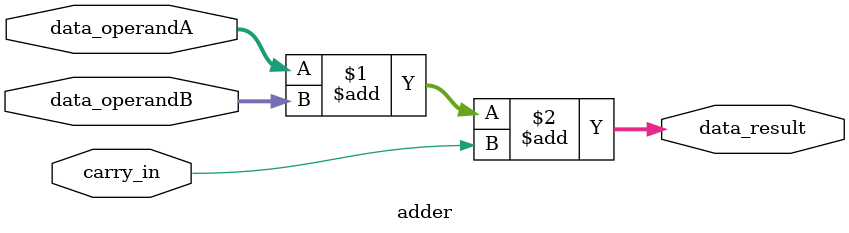
<source format=v>
/**
 * Pretend this is a CLA adder
 * 
 */

module adder(data_operandA, data_operandB, carry_in, data_result);

    input [7:0] data_operandA, data_operandB;
    input carry_in;
    output [7:0] data_result;

    assign data_result = data_operandA + data_operandB + carry_in;

endmodule
</source>
